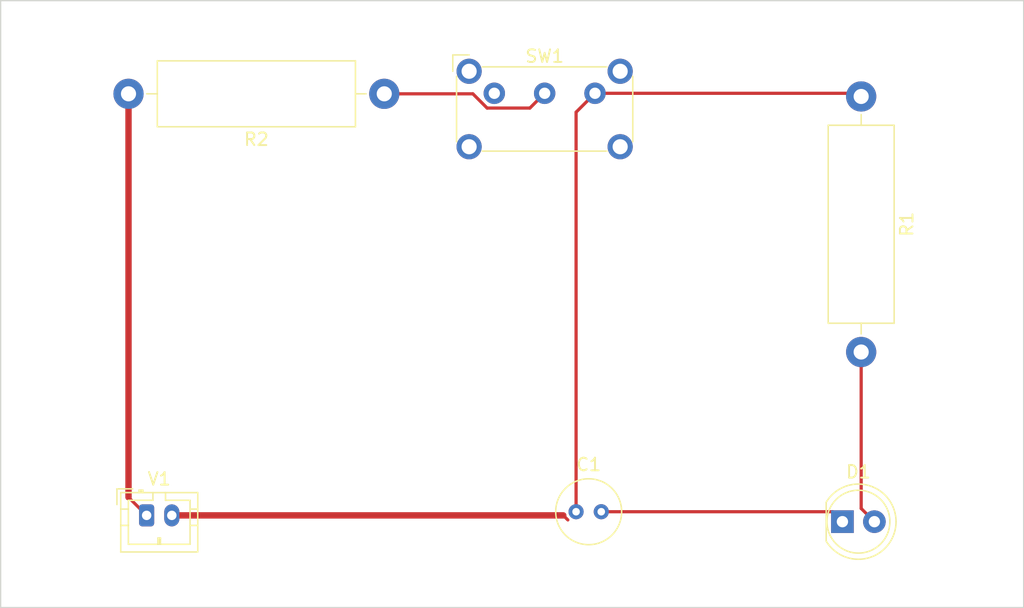
<source format=kicad_pcb>
(kicad_pcb (version 20211014) (generator pcbnew)
  (layers (0 "F.Cu" signal) (31 "B.Cu" signal) (34 "B.Paste" user) (35 "F.Paste" user) (36 "B.SilkS" user "B.Silkscreen") (37 "F.SilkS" user "F.Silkscreen") (38 "B.Mask" user) (39 "F.Mask" user) (44 "Edge.Cuts" user))
  (net 0 "")
  (net 1 "Net-(C1-Pad1)")
  (net 2 "Net-(C1-Pad2)")
  (net 3 "Net-(D1-Pad2)")
  (net 4 "Net-(R2-Pad1)")
  (net 5 "Net-(R2-Pad2)")
  (footprint "Button_Switch_THT:SW_E-Switch_EG1224_SPDT_Angled" (layer "F.Cu") (at 138.2825 65.7875)
    (fp_text reference "SW1" (at 4 -2.95) (layer "F.SilkS"))
    (fp_text value "SW_SPDT")
    (fp_line (start 11 -1.35) (end 11 3.85) (layer "F.SilkS") (width 0.12))
    (fp_line (start -3.3 -1.75) (end -3.3 -3.05) (layer "F.SilkS") (width 0.12))
    (fp_line (start -3.3 -3.05) (end -2 -3.05) (layer "F.SilkS") (width 0.12))
    (fp_line (start 8.95 4.6) (end -0.95 4.6) (layer "F.SilkS") (width 0.12))
    (fp_line (start -0.95 -2.1) (end 8.95 -2.1) (layer "F.SilkS") (width 0.12))
    (fp_line (start -3 3.85) (end -3 -1.35) (layer "F.SilkS") (width 0.12))
    (pad "" thru_hole circle (at -2 -1.75) (size 2 2) (drill 1.2) (layers *.Cu *.Mask))
    (pad "" thru_hole circle (at 10 4.25) (size 2 2) (drill 1.2) (layers *.Cu *.Mask))
    (pad "" thru_hole circle (at -2 4.25) (size 2 2) (drill 1.2) (layers *.Cu *.Mask))
    (pad "" thru_hole circle (at 10 -1.75) (size 2 2) (drill 1.2) (layers *.Cu *.Mask))
    (pad "1" thru_hole circle (at 0 0) (size 1.7 1.7) (drill 0.9) (layers *.Cu *.Mask))
    (pad "2" thru_hole circle (at 4 0) (size 1.7 1.7) (drill 0.9) (layers *.Cu *.Mask) (net 4 "Net-(R2-Pad1)"))
    (pad "3" thru_hole circle (at 8 0) (size 1.7 1.7) (drill 0.9) (layers *.Cu *.Mask) (net 1 "Net-(C1-Pad1)"))
  )
  (footprint "LED_THT:LED_D5.0mm" (layer "F.Cu") (at 165.939968 99.850056)
    (fp_text reference "D1" (at 1.27 -3.96) (layer "F.SilkS"))
    (fp_text value "LED")
    (fp_line (start -1.29 -1.545) (end -1.29 1.545) (layer "F.SilkS") (width 0.12))
    (fp_arc (start 4.26 -0.000462) (mid 2.072002 2.880433) (end -1.29 1.54483) (layer "F.SilkS") (width 0.12))
    (fp_arc (start -1.29 -1.54483) (mid 2.072002 -2.880433) (end 4.26 0.000462) (layer "F.SilkS") (width 0.12))
    (fp_circle (center 1.27 0) (end 3.77 0) (layer "F.SilkS") (width 0.12) (fill none))
    (pad "1" thru_hole rect (at 0 0) (size 1.8 1.8) (drill 0.9) (layers *.Cu *.Mask) (net 2 "Net-(C1-Pad2)"))
    (pad "2" thru_hole circle (at 2.54 0) (size 1.8 1.8) (drill 0.9) (layers *.Cu *.Mask) (net 3 "Net-(D1-Pad2)"))
  )
  (footprint "Connector_JST:JST_PH_B2B-PH-K_1x02_P2.00mm_Vertical" (layer "F.Cu") (at 110.66 99.35)
    (fp_text reference "V1" (at 1 -2.9) (layer "F.SilkS"))
    (fp_text value "9V")
    (fp_line (start 1.1 1.8) (end 1.1 2.3) (layer "F.SilkS") (width 0.12))
    (fp_line (start -0.6 -2.01) (end -0.6 -1.81) (layer "F.SilkS") (width 0.12))
    (fp_line (start -2.06 -0.5) (end -1.45 -0.5) (layer "F.SilkS") (width 0.12))
    (fp_line (start 4.06 2.91) (end 4.06 -1.81) (layer "F.SilkS") (width 0.12))
    (fp_line (start 1.5 -1.2) (end 1.5 -1.81) (layer "F.SilkS") (width 0.12))
    (fp_line (start 0.5 -1.2) (end -1.45 -1.2) (layer "F.SilkS") (width 0.12))
    (fp_line (start -0.3 -1.91) (end -0.6 -1.91) (layer "F.SilkS") (width 0.12))
    (fp_line (start -0.3 -1.81) (end -0.3 -2.01) (layer "F.SilkS") (width 0.12))
    (fp_line (start -0.3 -2.01) (end -0.6 -2.01) (layer "F.SilkS") (width 0.12))
    (fp_line (start 4.06 0.8) (end 3.45 0.8) (layer "F.SilkS") (width 0.12))
    (fp_line (start -2.06 2.91) (end 4.06 2.91) (layer "F.SilkS") (width 0.12))
    (fp_line (start 3.45 2.3) (end 3.45 -1.2) (layer "F.SilkS") (width 0.12))
    (fp_line (start -1.45 2.3) (end 3.45 2.3) (layer "F.SilkS") (width 0.12))
    (fp_line (start -2.36 -2.11) (end -2.36 -0.86) (layer "F.SilkS") (width 0.12))
    (fp_line (start 3.45 -1.2) (end 1.5 -1.2) (layer "F.SilkS") (width 0.12))
    (fp_line (start 0.9 1.8) (end 1.1 1.8) (layer "F.SilkS") (width 0.12))
    (fp_line (start -2.06 -1.81) (end -2.06 2.91) (layer "F.SilkS") (width 0.12))
    (fp_line (start 0.9 2.3) (end 0.9 1.8) (layer "F.SilkS") (width 0.12))
    (fp_line (start 0.5 -1.81) (end 0.5 -1.2) (layer "F.SilkS") (width 0.12))
    (fp_line (start -1.45 -1.2) (end -1.45 2.3) (layer "F.SilkS") (width 0.12))
    (fp_line (start -2.06 0.8) (end -1.45 0.8) (layer "F.SilkS") (width 0.12))
    (fp_line (start 4.06 -1.81) (end -2.06 -1.81) (layer "F.SilkS") (width 0.12))
    (fp_line (start 4.06 -0.5) (end 3.45 -0.5) (layer "F.SilkS") (width 0.12))
    (fp_line (start -1.11 -2.11) (end -2.36 -2.11) (layer "F.SilkS") (width 0.12))
    (fp_line (start 1 2.3) (end 1 1.8) (layer "F.SilkS") (width 0.12))
    (pad "1" thru_hole roundrect (at 0 0) (size 1.2 1.75) (drill 0.75) (layers *.Cu *.Mask) (roundrect_rratio 0.208333) (net 5 "Net-(R2-Pad2)"))
    (pad "2" thru_hole oval (at 2 0) (size 1.2 1.75) (drill 0.75) (layers *.Cu *.Mask) (net 2 "Net-(C1-Pad2)"))
  )
  (footprint "Capacitor_THT:C_Radial_D5.0mm_H5.0mm_P2.00mm" (layer "F.Cu") (at 144.78 99.06)
    (fp_text reference "C1" (at 1 -3.75) (layer "F.SilkS"))
    (fp_text value "4.7uF")
    (fp_circle (center 1 0) (end 3.62 0) (layer "F.SilkS") (width 0.12) (fill none))
    (pad "1" thru_hole circle (at 0 0) (size 1.2 1.2) (drill 0.6) (layers *.Cu *.Mask) (net 1 "Net-(C1-Pad1)"))
    (pad "2" thru_hole circle (at 2 0) (size 1.2 1.2) (drill 0.6) (layers *.Cu *.Mask) (net 2 "Net-(C1-Pad2)"))
  )
  (footprint "Resistor_THT:R_Axial_DIN0516_L15.5mm_D5.0mm_P20.32mm_Horizontal" (layer "F.Cu") (at 167.43 66.04 -90)
    (fp_text reference "R1" (at 10.16 -3.62 90) (layer "F.SilkS"))
    (fp_text value "20K")
    (fp_line (start 2.29 2.62) (end 18.03 2.62) (layer "F.SilkS") (width 0.12))
    (fp_line (start 18.03 2.62) (end 18.03 -2.62) (layer "F.SilkS") (width 0.12))
    (fp_line (start 2.29 -2.62) (end 2.29 2.62) (layer "F.SilkS") (width 0.12))
    (fp_line (start 18.88 0) (end 18.03 0) (layer "F.SilkS") (width 0.12))
    (fp_line (start 18.03 -2.62) (end 2.29 -2.62) (layer "F.SilkS") (width 0.12))
    (fp_line (start 1.44 0) (end 2.29 0) (layer "F.SilkS") (width 0.12))
    (pad "1" thru_hole circle (at 0 0 270) (size 2.4 2.4) (drill 1.2) (layers *.Cu *.Mask) (net 1 "Net-(C1-Pad1)"))
    (pad "2" thru_hole oval (at 20.32 0 270) (size 2.4 2.4) (drill 1.2) (layers *.Cu *.Mask) (net 3 "Net-(D1-Pad2)"))
  )
  (footprint "Resistor_THT:R_Axial_DIN0516_L15.5mm_D5.0mm_P20.32mm_Horizontal" (layer "F.Cu") (at 129.54 65.83 180)
    (fp_text reference "R2" (at 10.16 -3.62) (layer "F.SilkS"))
    (fp_text value "2.2K")
    (fp_line (start 1.44 0) (end 2.29 0) (layer "F.SilkS") (width 0.12))
    (fp_line (start 2.29 2.62) (end 18.03 2.62) (layer "F.SilkS") (width 0.12))
    (fp_line (start 18.88 0) (end 18.03 0) (layer "F.SilkS") (width 0.12))
    (fp_line (start 18.03 -2.62) (end 2.29 -2.62) (layer "F.SilkS") (width 0.12))
    (fp_line (start 18.03 2.62) (end 18.03 -2.62) (layer "F.SilkS") (width 0.12))
    (fp_line (start 2.29 -2.62) (end 2.29 2.62) (layer "F.SilkS") (width 0.12))
    (pad "1" thru_hole circle (at 0 0 180) (size 2.4 2.4) (drill 1.2) (layers *.Cu *.Mask) (net 4 "Net-(R2-Pad1)"))
    (pad "2" thru_hole oval (at 20.32 0 180) (size 2.4 2.4) (drill 1.2) (layers *.Cu *.Mask) (net 5 "Net-(R2-Pad2)"))
  )
  (gr_rect (start 180.34 106.68) (end 99.06 58.42) (layer "Edge.Cuts") (width 0.1) (fill none))
  (segment (start 146.2825 65.7875) (end 167.1775 65.7875) (width 0.254) (layer "F.Cu") (net 1))
  (segment (start 167.1775 65.7875) (end 167.43 66.04) (width 0.25) (layer "F.Cu") (net 1))
  (segment (start 144.78 67.29) (end 146.2825 65.7875) (width 0.254) (layer "F.Cu") (net 1))
  (segment (start 144.78 99.06) (end 144.78 67.29) (width 0.254) (layer "F.Cu") (net 1))
  (segment (start 112.66 99.35) (end 143.761852 99.35) (width 0.508) (layer "F.Cu") (net 2))
  (segment (start 146.78 99.06) (end 165.149912 99.06) (width 0.254) (layer "F.Cu") (net 2))
  (segment (start 165.149912 99.06) (end 165.939968 99.850056) (width 0.25) (layer "F.Cu") (net 2))
  (segment (start 143.761852 99.35) (end 144.125926 99.714074) (width 0.25) (layer "F.Cu") (net 2))
  (segment (start 167.43 98.800088) (end 168.479968 99.850056) (width 0.25) (layer "F.Cu") (net 3))
  (segment (start 167.43 86.36) (end 167.43 98.800088) (width 0.254) (layer "F.Cu") (net 3))
  (segment (start 141.1075 66.9625) (end 142.2825 65.7875) (width 0.254) (layer "F.Cu") (net 4))
  (segment (start 137.710799 66.9625) (end 141.1075 66.9625) (width 0.254) (layer "F.Cu") (net 4))
  (segment (start 136.578299 65.83) (end 137.710799 66.9625) (width 0.254) (layer "F.Cu") (net 4))
  (segment (start 129.54 65.83) (end 136.578299 65.83) (width 0.254) (layer "F.Cu") (net 4))
  (segment (start 109.22 97.91) (end 110.66 99.35) (width 0.25) (layer "F.Cu") (net 5))
  (segment (start 109.22 65.83) (end 109.22 97.91) (width 0.508) (layer "F.Cu") (net 5))
)
</source>
